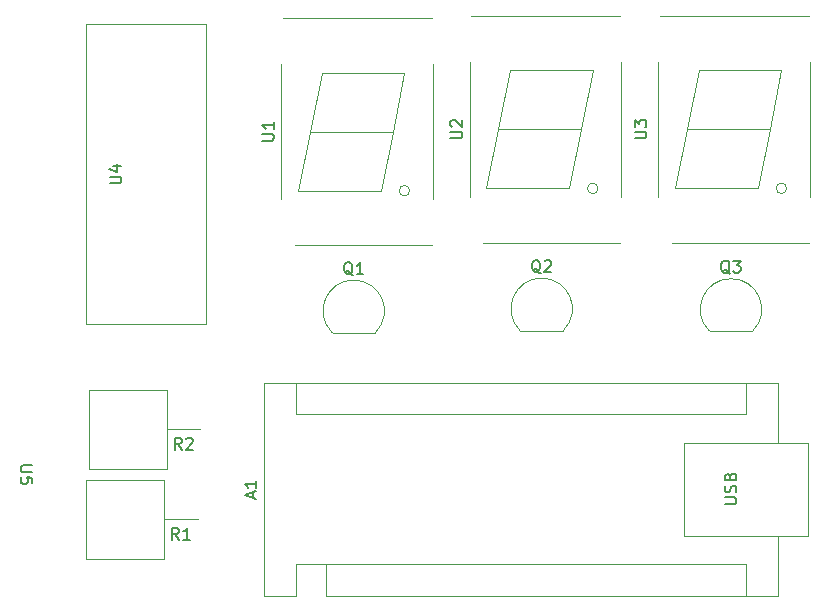
<source format=gbr>
%TF.GenerationSoftware,KiCad,Pcbnew,(6.0.11)*%
%TF.CreationDate,2023-02-07T12:56:04-07:00*%
%TF.ProjectId,temp_changer,74656d70-5f63-4686-916e-6765722e6b69,rev?*%
%TF.SameCoordinates,Original*%
%TF.FileFunction,Legend,Top*%
%TF.FilePolarity,Positive*%
%FSLAX46Y46*%
G04 Gerber Fmt 4.6, Leading zero omitted, Abs format (unit mm)*
G04 Created by KiCad (PCBNEW (6.0.11)) date 2023-02-07 12:56:04*
%MOMM*%
%LPD*%
G01*
G04 APERTURE LIST*
%ADD10C,0.150000*%
%ADD11C,0.120000*%
G04 APERTURE END LIST*
D10*
%TO.C,R1*%
X119633333Y-103322380D02*
X119300000Y-102846190D01*
X119061904Y-103322380D02*
X119061904Y-102322380D01*
X119442857Y-102322380D01*
X119538095Y-102370000D01*
X119585714Y-102417619D01*
X119633333Y-102512857D01*
X119633333Y-102655714D01*
X119585714Y-102750952D01*
X119538095Y-102798571D01*
X119442857Y-102846190D01*
X119061904Y-102846190D01*
X120585714Y-103322380D02*
X120014285Y-103322380D01*
X120300000Y-103322380D02*
X120300000Y-102322380D01*
X120204761Y-102465238D01*
X120109523Y-102560476D01*
X120014285Y-102608095D01*
%TO.C,U3*%
X158202380Y-69341904D02*
X159011904Y-69341904D01*
X159107142Y-69294285D01*
X159154761Y-69246666D01*
X159202380Y-69151428D01*
X159202380Y-68960952D01*
X159154761Y-68865714D01*
X159107142Y-68818095D01*
X159011904Y-68770476D01*
X158202380Y-68770476D01*
X158202380Y-68389523D02*
X158202380Y-67770476D01*
X158583333Y-68103809D01*
X158583333Y-67960952D01*
X158630952Y-67865714D01*
X158678571Y-67818095D01*
X158773809Y-67770476D01*
X159011904Y-67770476D01*
X159107142Y-67818095D01*
X159154761Y-67865714D01*
X159202380Y-67960952D01*
X159202380Y-68246666D01*
X159154761Y-68341904D01*
X159107142Y-68389523D01*
%TO.C,Q2*%
X150248386Y-80759509D02*
X150153148Y-80711890D01*
X150057910Y-80616651D01*
X149915053Y-80473794D01*
X149819815Y-80426175D01*
X149724577Y-80426175D01*
X149772196Y-80664270D02*
X149676958Y-80616651D01*
X149581720Y-80521413D01*
X149534101Y-80330937D01*
X149534101Y-79997604D01*
X149581720Y-79807128D01*
X149676958Y-79711890D01*
X149772196Y-79664270D01*
X149962672Y-79664270D01*
X150057910Y-79711890D01*
X150153148Y-79807128D01*
X150200767Y-79997604D01*
X150200767Y-80330937D01*
X150153148Y-80521413D01*
X150057910Y-80616651D01*
X149962672Y-80664270D01*
X149772196Y-80664270D01*
X150581720Y-79759509D02*
X150629339Y-79711890D01*
X150724577Y-79664270D01*
X150962672Y-79664270D01*
X151057910Y-79711890D01*
X151105529Y-79759509D01*
X151153148Y-79854747D01*
X151153148Y-79949985D01*
X151105529Y-80092842D01*
X150534101Y-80664270D01*
X151153148Y-80664270D01*
%TO.C,Q3*%
X166274761Y-80807619D02*
X166179523Y-80760000D01*
X166084285Y-80664761D01*
X165941428Y-80521904D01*
X165846190Y-80474285D01*
X165750952Y-80474285D01*
X165798571Y-80712380D02*
X165703333Y-80664761D01*
X165608095Y-80569523D01*
X165560476Y-80379047D01*
X165560476Y-80045714D01*
X165608095Y-79855238D01*
X165703333Y-79760000D01*
X165798571Y-79712380D01*
X165989047Y-79712380D01*
X166084285Y-79760000D01*
X166179523Y-79855238D01*
X166227142Y-80045714D01*
X166227142Y-80379047D01*
X166179523Y-80569523D01*
X166084285Y-80664761D01*
X165989047Y-80712380D01*
X165798571Y-80712380D01*
X166560476Y-79712380D02*
X167179523Y-79712380D01*
X166846190Y-80093333D01*
X166989047Y-80093333D01*
X167084285Y-80140952D01*
X167131904Y-80188571D01*
X167179523Y-80283809D01*
X167179523Y-80521904D01*
X167131904Y-80617142D01*
X167084285Y-80664761D01*
X166989047Y-80712380D01*
X166703333Y-80712380D01*
X166608095Y-80664761D01*
X166560476Y-80617142D01*
%TO.C,A1*%
X125896666Y-99764285D02*
X125896666Y-99288095D01*
X126182380Y-99859523D02*
X125182380Y-99526190D01*
X126182380Y-99192857D01*
X126182380Y-98335714D02*
X126182380Y-98907142D01*
X126182380Y-98621428D02*
X125182380Y-98621428D01*
X125325238Y-98716666D01*
X125420476Y-98811904D01*
X125468095Y-98907142D01*
X165822380Y-100311904D02*
X166631904Y-100311904D01*
X166727142Y-100264285D01*
X166774761Y-100216666D01*
X166822380Y-100121428D01*
X166822380Y-99930952D01*
X166774761Y-99835714D01*
X166727142Y-99788095D01*
X166631904Y-99740476D01*
X165822380Y-99740476D01*
X166774761Y-99311904D02*
X166822380Y-99169047D01*
X166822380Y-98930952D01*
X166774761Y-98835714D01*
X166727142Y-98788095D01*
X166631904Y-98740476D01*
X166536666Y-98740476D01*
X166441428Y-98788095D01*
X166393809Y-98835714D01*
X166346190Y-98930952D01*
X166298571Y-99121428D01*
X166250952Y-99216666D01*
X166203333Y-99264285D01*
X166108095Y-99311904D01*
X166012857Y-99311904D01*
X165917619Y-99264285D01*
X165870000Y-99216666D01*
X165822380Y-99121428D01*
X165822380Y-98883333D01*
X165870000Y-98740476D01*
X166298571Y-97978571D02*
X166346190Y-97835714D01*
X166393809Y-97788095D01*
X166489047Y-97740476D01*
X166631904Y-97740476D01*
X166727142Y-97788095D01*
X166774761Y-97835714D01*
X166822380Y-97930952D01*
X166822380Y-98311904D01*
X165822380Y-98311904D01*
X165822380Y-97978571D01*
X165870000Y-97883333D01*
X165917619Y-97835714D01*
X166012857Y-97788095D01*
X166108095Y-97788095D01*
X166203333Y-97835714D01*
X166250952Y-97883333D01*
X166298571Y-97978571D01*
X166298571Y-98311904D01*
%TO.C,R2*%
X119853333Y-95702380D02*
X119520000Y-95226190D01*
X119281904Y-95702380D02*
X119281904Y-94702380D01*
X119662857Y-94702380D01*
X119758095Y-94750000D01*
X119805714Y-94797619D01*
X119853333Y-94892857D01*
X119853333Y-95035714D01*
X119805714Y-95130952D01*
X119758095Y-95178571D01*
X119662857Y-95226190D01*
X119281904Y-95226190D01*
X120234285Y-94797619D02*
X120281904Y-94750000D01*
X120377142Y-94702380D01*
X120615238Y-94702380D01*
X120710476Y-94750000D01*
X120758095Y-94797619D01*
X120805714Y-94892857D01*
X120805714Y-94988095D01*
X120758095Y-95130952D01*
X120186666Y-95702380D01*
X120805714Y-95702380D01*
%TO.C,U2*%
X142612380Y-69341904D02*
X143421904Y-69341904D01*
X143517142Y-69294285D01*
X143564761Y-69246666D01*
X143612380Y-69151428D01*
X143612380Y-68960952D01*
X143564761Y-68865714D01*
X143517142Y-68818095D01*
X143421904Y-68770476D01*
X142612380Y-68770476D01*
X142707619Y-68341904D02*
X142660000Y-68294285D01*
X142612380Y-68199047D01*
X142612380Y-67960952D01*
X142660000Y-67865714D01*
X142707619Y-67818095D01*
X142802857Y-67770476D01*
X142898095Y-67770476D01*
X143040952Y-67818095D01*
X143612380Y-68389523D01*
X143612380Y-67770476D01*
%TO.C,U5*%
X107227619Y-97028095D02*
X106418095Y-97028095D01*
X106322857Y-97075714D01*
X106275238Y-97123333D01*
X106227619Y-97218571D01*
X106227619Y-97409047D01*
X106275238Y-97504285D01*
X106322857Y-97551904D01*
X106418095Y-97599523D01*
X107227619Y-97599523D01*
X107227619Y-98551904D02*
X107227619Y-98075714D01*
X106751428Y-98028095D01*
X106799047Y-98075714D01*
X106846666Y-98170952D01*
X106846666Y-98409047D01*
X106799047Y-98504285D01*
X106751428Y-98551904D01*
X106656190Y-98599523D01*
X106418095Y-98599523D01*
X106322857Y-98551904D01*
X106275238Y-98504285D01*
X106227619Y-98409047D01*
X106227619Y-98170952D01*
X106275238Y-98075714D01*
X106322857Y-98028095D01*
%TO.C,Q1*%
X134334761Y-80927665D02*
X134239523Y-80880046D01*
X134144285Y-80784807D01*
X134001428Y-80641950D01*
X133906190Y-80594331D01*
X133810952Y-80594331D01*
X133858571Y-80832426D02*
X133763333Y-80784807D01*
X133668095Y-80689569D01*
X133620476Y-80499093D01*
X133620476Y-80165760D01*
X133668095Y-79975284D01*
X133763333Y-79880046D01*
X133858571Y-79832426D01*
X134049047Y-79832426D01*
X134144285Y-79880046D01*
X134239523Y-79975284D01*
X134287142Y-80165760D01*
X134287142Y-80499093D01*
X134239523Y-80689569D01*
X134144285Y-80784807D01*
X134049047Y-80832426D01*
X133858571Y-80832426D01*
X135239523Y-80832426D02*
X134668095Y-80832426D01*
X134953809Y-80832426D02*
X134953809Y-79832426D01*
X134858571Y-79975284D01*
X134763333Y-80070522D01*
X134668095Y-80118141D01*
%TO.C,U1*%
X126672380Y-69531904D02*
X127481904Y-69531904D01*
X127577142Y-69484285D01*
X127624761Y-69436666D01*
X127672380Y-69341428D01*
X127672380Y-69150952D01*
X127624761Y-69055714D01*
X127577142Y-69008095D01*
X127481904Y-68960476D01*
X126672380Y-68960476D01*
X127672380Y-67960476D02*
X127672380Y-68531904D01*
X127672380Y-68246190D02*
X126672380Y-68246190D01*
X126815238Y-68341428D01*
X126910476Y-68436666D01*
X126958095Y-68531904D01*
%TO.C,U4*%
X113752380Y-73151904D02*
X114561904Y-73151904D01*
X114657142Y-73104285D01*
X114704761Y-73056666D01*
X114752380Y-72961428D01*
X114752380Y-72770952D01*
X114704761Y-72675714D01*
X114657142Y-72628095D01*
X114561904Y-72580476D01*
X113752380Y-72580476D01*
X114085714Y-71675714D02*
X114752380Y-71675714D01*
X113704761Y-71913809D02*
X114419047Y-72151904D01*
X114419047Y-71532857D01*
D11*
%TO.C,R1*%
X118400000Y-98280000D02*
X111760000Y-98280000D01*
X118400000Y-104920000D02*
X118400000Y-98280000D01*
X118400000Y-101600000D02*
X121200000Y-101600000D01*
X111760000Y-98280000D02*
X111760000Y-104920000D01*
X111760000Y-104920000D02*
X118400000Y-104920000D01*
%TO.C,U3*%
X169640000Y-68580000D02*
X162640000Y-68580000D01*
X161340000Y-78215000D02*
X172940000Y-78215000D01*
X168640000Y-73580000D02*
X169640000Y-68580000D01*
X170640000Y-63580000D02*
X169640000Y-68580000D01*
X160230000Y-74295000D02*
X160230000Y-62865000D01*
X161640000Y-73580000D02*
X168640000Y-73580000D01*
X173050000Y-74295000D02*
X173050000Y-62865000D01*
X163640000Y-63580000D02*
X170640000Y-63580000D01*
X163640000Y-63580000D02*
X162640000Y-68580000D01*
X162640000Y-68580000D02*
X161640000Y-73580000D01*
X172940000Y-58945000D02*
X160340000Y-58945000D01*
X171087214Y-73580000D02*
G75*
G03*
X171087214Y-73580000I-447214J0D01*
G01*
%TO.C,Q2*%
X148543625Y-85621890D02*
X152143625Y-85621890D01*
X152182103Y-85610368D02*
G75*
G03*
X150343625Y-81171890I-1838478J1838478D01*
G01*
X150343625Y-81171889D02*
G75*
G03*
X148505147Y-85610368I0J-2600001D01*
G01*
%TO.C,Q3*%
X164570000Y-85670000D02*
X168170000Y-85670000D01*
X166370000Y-81219999D02*
G75*
G03*
X164531522Y-85658478I0J-2600001D01*
G01*
X168208478Y-85658478D02*
G75*
G03*
X166370000Y-81220000I-1838478J1838478D01*
G01*
%TO.C,A1*%
X170310000Y-90030000D02*
X170310000Y-95110000D01*
X170310000Y-108070000D02*
X170310000Y-102990000D01*
X167640000Y-92700000D02*
X167640000Y-90030000D01*
X126870000Y-90030000D02*
X126870000Y-108070000D01*
X126870000Y-108070000D02*
X129540000Y-108070000D01*
X129540000Y-92700000D02*
X129540000Y-90030000D01*
X167640000Y-105400000D02*
X167640000Y-108070000D01*
X132080000Y-108070000D02*
X170310000Y-108070000D01*
X132080000Y-105400000D02*
X132080000Y-108070000D01*
X172850000Y-95110000D02*
X172850000Y-102990000D01*
X132080000Y-105400000D02*
X167640000Y-105400000D01*
X129540000Y-92700000D02*
X167640000Y-92700000D01*
X132080000Y-105400000D02*
X129540000Y-105400000D01*
X129540000Y-105400000D02*
X129540000Y-108070000D01*
X172850000Y-102990000D02*
X162430000Y-102990000D01*
X162430000Y-95110000D02*
X172850000Y-95110000D01*
X162430000Y-102990000D02*
X162430000Y-95110000D01*
X170310000Y-90030000D02*
X126870000Y-90030000D01*
%TO.C,R2*%
X111980000Y-97300000D02*
X118620000Y-97300000D01*
X118620000Y-90660000D02*
X111980000Y-90660000D01*
X111980000Y-90660000D02*
X111980000Y-97300000D01*
X118620000Y-97300000D02*
X118620000Y-90660000D01*
X118620000Y-93980000D02*
X121420000Y-93980000D01*
%TO.C,U2*%
X146660000Y-68580000D02*
X145660000Y-73580000D01*
X153660000Y-68580000D02*
X146660000Y-68580000D01*
X147660000Y-63580000D02*
X154660000Y-63580000D01*
X154660000Y-63580000D02*
X153660000Y-68580000D01*
X147660000Y-63580000D02*
X146660000Y-68580000D01*
X145660000Y-73580000D02*
X152660000Y-73580000D01*
X152660000Y-73580000D02*
X153660000Y-68580000D01*
X145360000Y-78215000D02*
X156960000Y-78215000D01*
X144250000Y-74295000D02*
X144250000Y-62865000D01*
X156960000Y-58945000D02*
X144360000Y-58945000D01*
X157070000Y-74295000D02*
X157070000Y-62865000D01*
X155107214Y-73580000D02*
G75*
G03*
X155107214Y-73580000I-447214J0D01*
G01*
%TO.C,Q1*%
X132630000Y-85790046D02*
X136230000Y-85790046D01*
X134430000Y-81340045D02*
G75*
G03*
X132591522Y-85778524I0J-2600001D01*
G01*
X136268478Y-85778524D02*
G75*
G03*
X134430000Y-81340046I-1838478J1838478D01*
G01*
%TO.C,U1*%
X130720000Y-68770000D02*
X129720000Y-73770000D01*
X131720000Y-63770000D02*
X138720000Y-63770000D01*
X137720000Y-68770000D02*
X130720000Y-68770000D01*
X138720000Y-63770000D02*
X137720000Y-68770000D01*
X128310000Y-74485000D02*
X128310000Y-63055000D01*
X141130000Y-74485000D02*
X141130000Y-63055000D01*
X129420000Y-78405000D02*
X141020000Y-78405000D01*
X131720000Y-63770000D02*
X130720000Y-68770000D01*
X129720000Y-73770000D02*
X136720000Y-73770000D01*
X141020000Y-59135000D02*
X128420000Y-59135000D01*
X136720000Y-73770000D02*
X137720000Y-68770000D01*
X139167214Y-73770000D02*
G75*
G03*
X139167214Y-73770000I-447214J0D01*
G01*
%TO.C,U4*%
X111760000Y-59690000D02*
X121920000Y-59690000D01*
X121920000Y-59690000D02*
X121920000Y-85090000D01*
X121920000Y-85090000D02*
X111760000Y-85090000D01*
X111760000Y-85090000D02*
X111760000Y-59690000D01*
%TD*%
M02*

</source>
